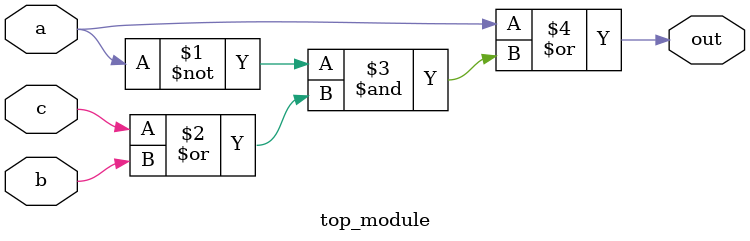
<source format=v>
module top_module(
    input a,
    input b,
    input c,
    output out  ); 
    assign out = a | (~a&(c|b)) ; 

endmodule

</source>
